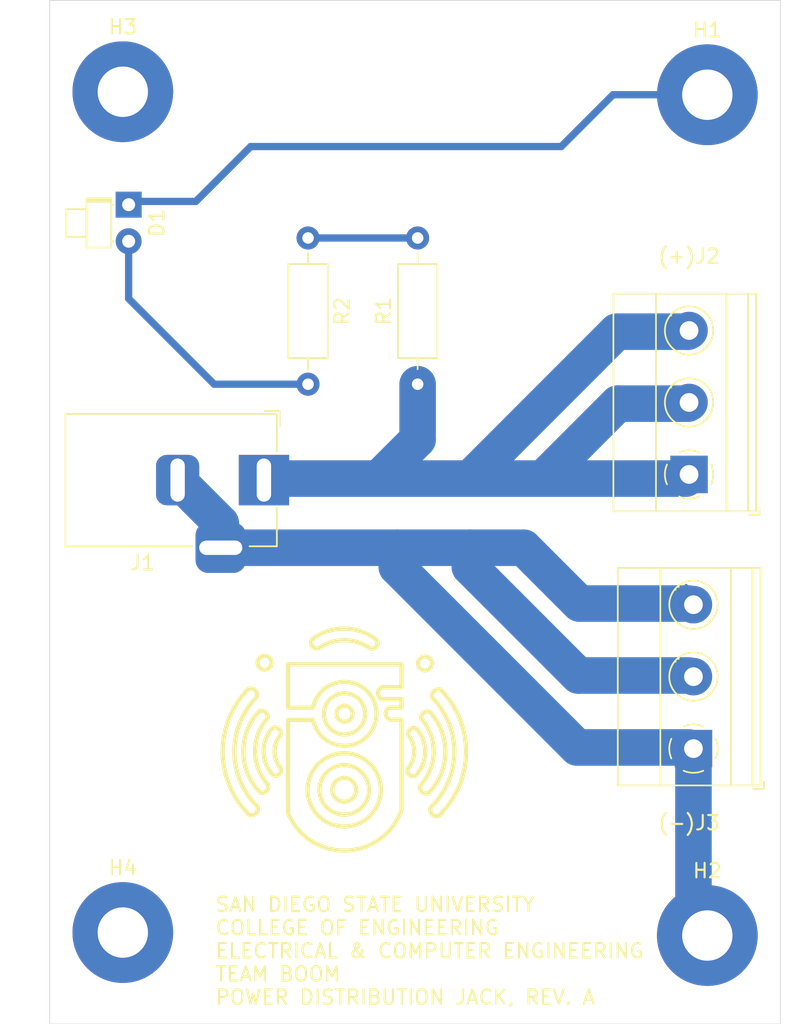
<source format=kicad_pcb>
(kicad_pcb (version 20240108) (generator "pcbnew") (generator_version "8.0")
  (layers (0 "F.Cu" signal) (31 "B.Cu" signal) (34 "B.Paste" user) (35 "F.Paste" user) (36 "B.SilkS" user "B.Silkscreen") (37 "F.SilkS" user "F.Silkscreen") (38 "B.Mask" user) (39 "F.Mask" user) (44 "Edge.Cuts" user))
  (net 0 "")
  (net 1 "Net-(R1-Pad2)")
  (net 2 "18V")
  (net 3 "Net-(D1-A)")
  (net 4 "GND")
  (footprint "MountingHole:MountingHole_3.5mm_Pad" (layer "F.Cu") (at 124.46 130.81)
    (property "Reference" "H4" (at 0 -4.5 0) (layer "F.SilkS"))
    (property "Value" "MountingHole_Pad")
    (pad "1" thru_hole circle (at 0 0) (size 7 7) (drill 3.5) (layers "*.Cu" "*.Mask") (net 4 "GND"))
  )
  (footprint "LED_THT:LED_D1.8mm_W1.8mm_H2.4mm_Horizontal_O1.27mm_Z1.6mm" (layer "F.Cu") (at 124.865 80.237 -90)
    (property "Reference" "D1" (at 1.27 -1.96 90) (layer "F.SilkS"))
    (property "Value" "LED (PWR Indicator)")
    (fp_line (start 0.31 4.33) (end 2.23 4.33) (stroke (width 0.12)) (layer "F.SilkS"))
    (fp_line (start 2.23 4.33) (end 2.23 2.93) (stroke (width 0.12)) (layer "F.SilkS"))
    (fp_line (start -0.44 2.93) (end 2.98 2.93) (stroke (width 0.12)) (layer "F.SilkS"))
    (fp_line (start 0.31 2.93) (end 0.31 4.33) (stroke (width 0.12)) (layer "F.SilkS"))
    (fp_line (start 2.23 2.93) (end 0.31 2.93) (stroke (width 0.12)) (layer "F.SilkS"))
    (fp_line (start 2.98 2.93) (end 2.98 1.21) (stroke (width 0.12)) (layer "F.SilkS"))
    (fp_line (start -0.44 1.21) (end -0.44 2.93) (stroke (width 0.12)) (layer "F.SilkS"))
    (fp_line (start -0.32 1.21) (end -0.32 2.93) (stroke (width 0.12)) (layer "F.SilkS"))
    (fp_line (start -0.2 1.21) (end -0.2 2.93) (stroke (width 0.12)) (layer "F.SilkS"))
    (fp_line (start 0 1.21) (end 0 1.21) (stroke (width 0.12)) (layer "F.SilkS"))
    (fp_line (start 0 1.21) (end 0 1.08) (stroke (width 0.12)) (layer "F.SilkS"))
    (fp_line (start 2.54 1.21) (end 2.54 1.21) (stroke (width 0.12)) (layer "F.SilkS"))
    (fp_line (start 2.54 1.21) (end 2.54 1.08) (stroke (width 0.12)) (layer "F.SilkS"))
    (fp_line (start 2.98 1.21) (end -0.44 1.21) (stroke (width 0.12)) (layer "F.SilkS"))
    (fp_line (start 0 1.08) (end 0 1.21) (stroke (width 0.12)) (layer "F.SilkS"))
    (fp_line (start 0 1.08) (end 0 1.08) (stroke (width 0.12)) (layer "F.SilkS"))
    (fp_line (start 2.54 1.08) (end 2.54 1.21) (stroke (width 0.12)) (layer "F.SilkS"))
    (fp_line (start 2.54 1.08) (end 2.54 1.08) (stroke (width 0.12)) (layer "F.SilkS"))
    (pad "1" thru_hole rect (at 0 0 270) (size 1.8 1.8) (drill 0.9) (layers "*.Cu" "*.Mask") (net 4 "GND"))
    (pad "2" thru_hole circle (at 2.54 0 270) (size 1.8 1.8) (drill 0.9) (layers "*.Cu" "*.Mask") (net 3 "Net-(D1-A)"))
  )
  (footprint "Connector_BarrelJack:BarrelJack_Horizontal" (layer "F.Cu") (at 134.27 99.3725)
    (property "Reference" "J1" (at -8.45 5.75 0) (layer "F.SilkS"))
    (property "Value" "Barrel_Jack_Switch_MountingPin")
    (fp_line (start -13.8 -4.6) (end 0.9 -4.6) (stroke (width 0.12)) (layer "F.SilkS"))
    (fp_line (start -13.8 4.6) (end -13.8 -4.6) (stroke (width 0.12)) (layer "F.SilkS"))
    (fp_line (start -5 4.6) (end -13.8 4.6) (stroke (width 0.12)) (layer "F.SilkS"))
    (fp_line (start 0.05 -4.8) (end 1.1 -4.8) (stroke (width 0.12)) (layer "F.SilkS"))
    (fp_line (start 0.9 -4.6) (end 0.9 -2) (stroke (width 0.12)) (layer "F.SilkS"))
    (fp_line (start 0.9 1.9) (end 0.9 4.6) (stroke (width 0.12)) (layer "F.SilkS"))
    (fp_line (start 0.9 4.6) (end -1 4.6) (stroke (width 0.12)) (layer "F.SilkS"))
    (fp_line (start 1.1 -3.75) (end 1.1 -4.8) (stroke (width 0.12)) (layer "F.SilkS"))
    (pad "1" thru_hole rect (at 0 0) (size 3.5 3.5) (drill oval 1 3) (layers "*.Cu" "*.Mask") (net 2 "18V"))
    (pad "2" thru_hole roundrect (at -6 0) (size 3 3.5) (drill oval 1 3) (layers "*.Cu" "*.Mask") (net 4 "GND"))
    (pad "3" thru_hole roundrect (at -3 4.7) (size 3.5 3.5) (drill oval 3 1) (layers "*.Cu" "*.Mask") (net 4 "GND"))
  )
  (footprint "Resistor_THT:R_Axial_DIN0207_L6.3mm_D2.5mm_P10.16mm_Horizontal" (layer "F.Cu") (at 144.958 92.71 90)
    (property "Reference" "R1" (at 5.08 -2.37 90) (layer "F.SilkS"))
    (property "Value" "500")
    (fp_line (start 8.35 -1.37) (end 1.81 -1.37) (stroke (width 0.12)) (layer "F.SilkS"))
    (fp_line (start 1.81 -1.37) (end 1.81 1.37) (stroke (width 0.12)) (layer "F.SilkS"))
    (fp_line (start 9.12 0) (end 8.35 0) (stroke (width 0.12)) (layer "F.SilkS"))
    (fp_line (start 1.04 0) (end 1.81 0) (stroke (width 0.12)) (layer "F.SilkS"))
    (fp_line (start 8.35 1.37) (end 8.35 -1.37) (stroke (width 0.12)) (layer "F.SilkS"))
    (fp_line (start 1.81 1.37) (end 8.35 1.37) (stroke (width 0.12)) (layer "F.SilkS"))
    (pad "1" thru_hole circle (at 0 0 90) (size 1.6 1.6) (drill 0.8) (layers "*.Cu" "*.Mask") (net 2 "18V"))
    (pad "2" thru_hole oval (at 10.16 0 90) (size 1.6 1.6) (drill 0.8) (layers "*.Cu" "*.Mask") (net 1 "Net-(R1-Pad2)"))
  )
  (footprint "TerminalBlock_Phoenix:TerminalBlock_Phoenix_MKDS-1,5-3_1x03_P5.00mm_Horizontal" (layer "F.Cu") (at 164.135 118.03 90)
    (property "Reference" "(-)J3" (at -5.16 -0.305 0) (layer "F.SilkS"))
    (property "Value" "Screw_Terminal_01x03")
    (fp_line (start 12.56 -5.261) (end 12.56 4.66) (stroke (width 0.12)) (layer "F.SilkS"))
    (fp_line (start -2.56 -5.261) (end 12.56 -5.261) (stroke (width 0.12)) (layer "F.SilkS"))
    (fp_line (start -2.56 -5.261) (end -2.56 4.66) (stroke (width 0.12)) (layer "F.SilkS"))
    (fp_line (start -2.56 -2.301) (end 12.56 -2.301) (stroke (width 0.12)) (layer "F.SilkS"))
    (fp_line (start 11.07 -1.275) (end 11.035 -1.239) (stroke (width 0.12)) (layer "F.SilkS"))
    (fp_line (start 6.07 -1.275) (end 6.035 -1.239) (stroke (width 0.12)) (layer "F.SilkS"))
    (fp_line (start 11.275 -1.069) (end 11.228 -1.023) (stroke (width 0.12)) (layer "F.SilkS"))
    (fp_line (start 6.275 -1.069) (end 6.228 -1.023) (stroke (width 0.12)) (layer "F.SilkS"))
    (fp_line (start 8.773 1.023) (end 8.726 1.069) (stroke (width 0.12)) (layer "F.SilkS"))
    (fp_line (start 3.773 1.023) (end 3.726 1.069) (stroke (width 0.12)) (layer "F.SilkS"))
    (fp_line (start 8.966 1.239) (end 8.931 1.274) (stroke (width 0.12)) (layer "F.SilkS"))
    (fp_line (start 3.966 1.239) (end 3.931 1.274) (stroke (width 0.12)) (layer "F.SilkS"))
    (fp_line (start -2.56 2.6) (end 12.56 2.6) (stroke (width 0.12)) (layer "F.SilkS"))
    (fp_line (start -2.56 4.1) (end 12.56 4.1) (stroke (width 0.12)) (layer "F.SilkS"))
    (fp_line (start -2.8 4.16) (end -2.8 4.9) (stroke (width 0.12)) (layer "F.SilkS"))
    (fp_line (start -2.56 4.66) (end 12.56 4.66) (stroke (width 0.12)) (layer "F.SilkS"))
    (fp_line (start -2.8 4.9) (end -2.3 4.9) (stroke (width 0.12)) (layer "F.SilkS"))
    (fp_arc (start -0.683042 -1.535427) (mid 0.000524 -1.680501) (end 0.684 -1.535) (stroke (width 0.12)) (layer "F.SilkS"))
    (fp_arc (start 1.535427 -0.683042) (mid 1.680501 0.000524) (end 1.535 0.684) (stroke (width 0.12)) (layer "F.SilkS"))
    (fp_arc (start -1.535427 0.683042) (mid -1.680501 -0.000524) (end -1.535 -0.684) (stroke (width 0.12)) (layer "F.SilkS"))
    (fp_arc (start 0.683318 1.534756) (mid 0.349292 1.643288) (end 0 1.68) (stroke (width 0.12)) (layer "F.SilkS"))
    (fp_arc (start 0.028805 1.680253) (mid -0.335551 1.646659) (end -0.684 1.535) (stroke (width 0.12)) (layer "F.SilkS"))
    (fp_circle (center 10 0) (end 11.68 0) (stroke (width 0.12)) (fill none) (layer "F.SilkS"))
    (fp_circle (center 5 0) (end 6.68 0) (stroke (width 0.12)) (fill none) (layer "F.SilkS"))
    (pad "1" thru_hole rect (at 0 0 90) (size 2.6 2.6) (drill 1.3) (layers "*.Cu" "*.Mask") (net 4 "GND"))
    (pad "2" thru_hole circle (at 5 0 90) (size 2.6 2.6) (drill 1.3) (layers "*.Cu" "*.Mask") (net 4 "GND"))
    (pad "3" thru_hole circle (at 10 0 90) (size 2.6 2.6) (drill 1.3) (layers "*.Cu" "*.Mask") (net 4 "GND"))
  )
  (footprint "MountingHole:MountingHole_3.5mm_Pad" (layer "F.Cu") (at 165.1 131.017)
    (property "Reference" "H2" (at 0 -4.5 0) (layer "F.SilkS"))
    (property "Value" "MountingHole_Pad")
    (pad "1" thru_hole circle (at 0 0) (size 7 7) (drill 3.5) (layers "*.Cu" "*.Mask") (net 4 "GND"))
  )
  (footprint "MountingHole:MountingHole_3.5mm_Pad" (layer "F.Cu") (at 165.1 72.597)
    (property "Reference" "H1" (at 0 -4.5 0) (layer "F.SilkS"))
    (property "Value" "MountingHole_Pad")
    (pad "1" thru_hole circle (at 0 0) (size 7 7) (drill 3.5) (layers "*.Cu" "*.Mask") (net 4 "GND"))
  )
  (footprint "MountingHole:MountingHole_3.5mm_Pad" (layer "F.Cu") (at 124.46 72.39)
    (property "Reference" "H3" (at 0 -4.5 0) (layer "F.SilkS"))
    (property "Value" "MountingHole_Pad")
    (pad "1" thru_hole circle (at 0 0) (size 7 7) (drill 3.5) (layers "*.Cu" "*.Mask") (net 4 "GND"))
  )
  (footprint "TerminalBlock_Phoenix:TerminalBlock_Phoenix_MKDS-1,5-3_1x03_P5.00mm_Horizontal" (layer "F.Cu") (at 163.83 98.98 90)
    (property "Reference" "(+)J2" (at 15.16 0 0) (layer "F.SilkS"))
    (property "Value" "Screw_Terminal_01x03")
    (fp_line (start 12.56 -5.261) (end 12.56 4.66) (stroke (width 0.12)) (layer "F.SilkS"))
    (fp_line (start -2.56 -5.261) (end 12.56 -5.261) (stroke (width 0.12)) (layer "F.SilkS"))
    (fp_line (start -2.56 -5.261) (end -2.56 4.66) (stroke (width 0.12)) (layer "F.SilkS"))
    (fp_line (start -2.56 -2.301) (end 12.56 -2.301) (stroke (width 0.12)) (layer "F.SilkS"))
    (fp_line (start 11.07 -1.275) (end 11.035 -1.239) (stroke (width 0.12)) (layer "F.SilkS"))
    (fp_line (start 6.07 -1.275) (end 6.035 -1.239) (stroke (width 0.12)) (layer "F.SilkS"))
    (fp_line (start 11.275 -1.069) (end 11.228 -1.023) (stroke (width 0.12)) (layer "F.SilkS"))
    (fp_line (start 6.275 -1.069) (end 6.228 -1.023) (stroke (width 0.12)) (layer "F.SilkS"))
    (fp_line (start 8.773 1.023) (end 8.726 1.069) (stroke (width 0.12)) (layer "F.SilkS"))
    (fp_line (start 3.773 1.023) (end 3.726 1.069) (stroke (width 0.12)) (layer "F.SilkS"))
    (fp_line (start 8.966 1.239) (end 8.931 1.274) (stroke (width 0.12)) (layer "F.SilkS"))
    (fp_line (start 3.966 1.239) (end 3.931 1.274) (stroke (width 0.12)) (layer "F.SilkS"))
    (fp_line (start -2.56 2.6) (end 12.56 2.6) (stroke (width 0.12)) (layer "F.SilkS"))
    (fp_line (start -2.56 4.1) (end 12.56 4.1) (stroke (width 0.12)) (layer "F.SilkS"))
    (fp_line (start -2.8 4.16) (end -2.8 4.9) (stroke (width 0.12)) (layer "F.SilkS"))
    (fp_line (start -2.56 4.66) (end 12.56 4.66) (stroke (width 0.12)) (layer "F.SilkS"))
    (fp_line (start -2.8 4.9) (end -2.3 4.9) (stroke (width 0.12)) (layer "F.SilkS"))
    (fp_arc (start -0.683042 -1.535427) (mid 0.000524 -1.680501) (end 0.684 -1.535) (stroke (width 0.12)) (layer "F.SilkS"))
    (fp_arc (start 1.535427 -0.683042) (mid 1.680501 0.000524) (end 1.535 0.684) (stroke (width 0.12)) (layer "F.SilkS"))
    (fp_arc (start -1.535427 0.683042) (mid -1.680501 -0.000524) (end -1.535 -0.684) (stroke (width 0.12)) (layer "F.SilkS"))
    (fp_arc (start 0.683318 1.534756) (mid 0.349292 1.643288) (end 0 1.68) (stroke (width 0.12)) (layer "F.SilkS"))
    (fp_arc (start 0.028805 1.680253) (mid -0.335551 1.646659) (end -0.684 1.535) (stroke (width 0.12)) (layer "F.SilkS"))
    (fp_circle (center 10 0) (end 11.68 0) (stroke (width 0.12)) (fill none) (layer "F.SilkS"))
    (fp_circle (center 5 0) (end 6.68 0) (stroke (width 0.12)) (fill none) (layer "F.SilkS"))
    (pad "1" thru_hole rect (at 0 0 90) (size 2.6 2.6) (drill 1.3) (layers "*.Cu" "*.Mask") (net 2 "18V"))
    (pad "2" thru_hole circle (at 5 0 90) (size 2.6 2.6) (drill 1.3) (layers "*.Cu" "*.Mask") (net 2 "18V"))
    (pad "3" thru_hole circle (at 10 0 90) (size 2.6 2.6) (drill 1.3) (layers "*.Cu" "*.Mask") (net 2 "18V"))
  )
  (footprint "Resistor_THT:R_Axial_DIN0207_L6.3mm_D2.5mm_P10.16mm_Horizontal" (layer "F.Cu") (at 137.338 82.55 -90)
    (property "Reference" "R2" (at 5.08 -2.37 90) (layer "F.SilkS"))
    (property "Value" "400")
    (fp_line (start 1.81 1.37) (end 8.35 1.37) (stroke (width 0.12)) (layer "F.SilkS"))
    (fp_line (start 8.35 1.37) (end 8.35 -1.37) (stroke (width 0.12)) (layer "F.SilkS"))
    (fp_line (start 1.04 0) (end 1.81 0) (stroke (width 0.12)) (layer "F.SilkS"))
    (fp_line (start 9.12 0) (end 8.35 0) (stroke (width 0.12)) (layer "F.SilkS"))
    (fp_line (start 1.81 -1.37) (end 1.81 1.37) (stroke (width 0.12)) (layer "F.SilkS"))
    (fp_line (start 8.35 -1.37) (end 1.81 -1.37) (stroke (width 0.12)) (layer "F.SilkS"))
    (pad "1" thru_hole circle (at 0 0 270) (size 1.6 1.6) (drill 0.8) (layers "*.Cu" "*.Mask") (net 1 "Net-(R1-Pad2)"))
    (pad "2" thru_hole oval (at 10.16 0 270) (size 1.6 1.6) (drill 0.8) (layers "*.Cu" "*.Mask") (net 3 "Net-(D1-A)"))
  )
  (gr_circle (center 139.874438 115.612466) (end 141.308326 115.612466) (stroke (width 0.3)) (fill none) (layer "F.SilkS"))
  (gr_circle (center 139.851396 120.894169) (end 142.398021 120.894169) (stroke (width 0.3)) (fill none) (layer "F.SilkS"))
  (gr_line (start 142.46378 113.762593) (end 143.834869 113.762593) (stroke (width 0.3)) (layer "F.SilkS"))
  (gr_circle (center 145.46446 112.111606) (end 145.948337 112.111606) (stroke (width 0.3)) (fill none) (layer "F.SilkS"))
  (gr_line (start 143.834869 113.762593) (end 142.46378 113.762593) (stroke (width 0.3)) (layer "F.SilkS"))
  (gr_line (start 142.46378 114.595541) (end 143.834869 114.595541) (stroke (width 0.3)) (layer "F.SilkS"))
  (gr_line (start 143.834869 116.016019) (end 143.834869 122.289573) (stroke (width 0.3)) (layer "F.SilkS"))
  (gr_arc (start 134.543529 120.531649) (mid 134.451048 120.987585) (end 133.992873 121.068393) (stroke (width 0.3)) (layer "F.SilkS"))
  (gr_arc (start 138.238993 110.95356) (mid 139.886982 110.496576) (end 141.524488 110.989805) (stroke (width 0.3)) (layer "F.SilkS"))
  (gr_arc (start 133.253457 122.633936) (mid 131.402387 118.269175) (end 133.195068 113.880109) (stroke (width 0.3)) (layer "F.SilkS"))
  (gr_line (start 135.94404 112.170587) (end 143.834869 112.170587) (stroke (width 0.3)) (layer "F.SilkS"))
  (gr_arc (start 134.848988 116.615047) (mid 135.312785 116.661003) (end 135.393165 117.120092) (stroke (width 0.3)) (layer "F.SilkS"))
  (gr_arc (start 145.809926 115.484533) (mid 146.888184 118.322408) (end 145.708175 121.119504) (stroke (width 0.3)) (layer "F.SilkS"))
  (gr_line (start 143.834869 112.170587) (end 143.834869 113.762593) (stroke (width 0.3)) (layer "F.SilkS"))
  (gr_line (start 143.834869 115.183071) (end 143.002646 115.183071) (stroke (width 0.3)) (layer "F.SilkS"))
  (gr_line (start 135.94404 115.188097) (end 135.94404 112.170587) (stroke (width 0.3)) (layer "F.SilkS"))
  (gr_arc (start 146.56867 113.938455) (mid 148.322988 118.342995) (end 146.433903 122.691439) (stroke (width 0.3)) (layer "F.SilkS"))
  (gr_arc (start 137.693515 115.188097) (mid 142.096269 115.612375) (end 137.693553 116.03703) (stroke (width 0.3)) (layer "F.SilkS"))
  (gr_arc (start 138.238993 110.95356) (mid 137.677059 110.957332) (end 137.673279 110.395389) (stroke (width 0.3)) (layer "F.SilkS"))
  (gr_arc (start 137.673279 110.395389) (mid 139.897474 109.692712) (end 142.097454 110.467879) (stroke (width 0.3)) (layer "F.SilkS"))
  (gr_circle (center 139.851396 120.894169) (end 141.574367 120.894169) (stroke (width 0.3)) (fill none) (layer "F.SilkS"))
  (gr_circle (center 139.851396 120.894169) (end 140.682197 120.894169) (stroke (width 0.3)) (fill none) (layer "F.SilkS"))
  (gr_line (start 143.002646 116.016019) (end 143.834869 116.016019) (stroke (width 0.3)) (layer "F.SilkS"))
  (gr_arc (start 135.405174 119.342256) (mid 135.357644 119.791391) (end 134.912702 119.868546) (stroke (width 0.3)) (layer "F.SilkS"))
  (gr_line (start 142.46378 114.595541) (end 143.834869 114.595541) (stroke (width 0.3)) (layer "F.SilkS"))
  (gr_arc (start 133.940293 115.432749) (mid 134.371179 115.496334) (end 134.532709 115.900867) (stroke (width 0.3)) (layer "F.SilkS"))
  (gr_arc (start 143.002646 116.016019) (mid 142.742255 115.599548) (end 143.002646 115.183071) (stroke (width 0.3)) (layer "F.SilkS"))
  (gr_arc (start 133.195068 113.880109) (mid 133.66546 113.982514) (end 133.770877 114.452243) (stroke (width 0.3)) (layer "F.SilkS"))
  (gr_arc (start 144.342386 117.159136) (mid 144.426788 116.700776) (end 144.89095 116.658858) (stroke (width 0.3)) (layer "F.SilkS"))
  (gr_arc (start 145.213448 115.947464) (mid 145.378458 115.544367) (end 145.809926 115.484533) (stroke (width 0.3)) (layer "F.SilkS"))
  (gr_arc (start 133.821583 122.054171) (mid 133.726307 122.529018) (end 133.253457 122.633936) (stroke (width 0.3)) (layer "F.SilkS"))
  (gr_arc (start 146.433903 122.691439) (mid 145.961963 122.582451) (end 145.870857 122.106739) (stroke (width 0.3)) (layer "F.SilkS"))
  (gr_arc (start 145.98789 114.505543) (mid 146.097389 114.036711) (end 146.56867 113.938455) (stroke (width 0.3)) (layer "F.SilkS"))
  (gr_line (start 135.94404 116.03703) (end 137.693553 116.03703) (stroke (width 0.3)) (layer "F.SilkS"))
  (gr_arc (start 142.46378 114.595541) (mid 142.20335 114.179057) (end 142.46378 113.762593) (stroke (width 0.3)) (layer "F.SilkS"))
  (gr_line (start 137.693515 115.188097) (end 135.94404 115.188097) (stroke (width 0.3)) (layer "F.SilkS"))
  (gr_arc (start 145.213448 115.947464) (mid 146.072152 118.272502) (end 145.162224 120.577976) (stroke (width 0.3)) (layer "F.SilkS"))
  (gr_arc (start 143.834869 122.289573) (mid 139.958755 125.113609) (end 135.94404 122.490347) (stroke (width 0.3)) (layer "F.SilkS"))
  (gr_arc (start 142.097454 110.467879) (mid 142.041333 110.981797) (end 141.524488 110.989805) (stroke (width 0.3)) (layer "F.SilkS"))
  (gr_arc (start 144.89095 116.658858) (mid 145.479252 118.303227) (end 144.79885 119.911677) (stroke (width 0.3)) (layer "F.SilkS"))
  (gr_arc (start 145.98789 114.505543) (mid 147.511361 118.330499) (end 145.870857 122.106739) (stroke (width 0.3)) (layer "F.SilkS"))
  (gr_arc (start 133.821583 122.054171) (mid 132.214092 118.26376) (end 133.770877 114.452243) (stroke (width 0.3)) (layer "F.SilkS"))
  (gr_arc (start 135.405174 119.342256) (mid 135.008475 118.233285) (end 135.393165 117.120092) (stroke (width 0.3)) (layer "F.SilkS"))
  (gr_circle (center 139.874438 115.612466) (end 140.432956 115.612466) (stroke (width 0.3)) (fill none) (layer "F.SilkS"))
  (gr_line (start 143.834869 114.595541) (end 143.834869 115.183071) (stroke (width 0.3)) (layer "F.SilkS"))
  (gr_arc (start 133.992873 121.068393) (mid 132.837318 118.261107) (end 133.940293 115.432749) (stroke (width 0.3)) (layer "F.SilkS"))
  (gr_line (start 135.94404 122.490347) (end 135.94404 116.03703) (stroke (width 0.3)) (layer "F.SilkS"))
  (gr_arc (start 144.79885 119.911677) (mid 144.354567 119.830591) (end 144.310989 119.381109) (stroke (width 0.3)) (layer "F.SilkS"))
  (gr_arc (start 144.342386 117.159136) (mid 144.717348 118.27564) (end 144.310989 119.381109) (stroke (width 0.3)) (layer "F.SilkS"))
  (gr_arc (start 134.543529 120.531649) (mid 133.653748 118.218325) (end 134.532709 115.900867) (stroke (width 0.3)) (layer "F.SilkS"))
  (gr_arc (start 134.912702 119.868546) (mid 134.246356 118.254222) (end 134.848988 116.615047) (stroke (width 0.3)) (layer "F.SilkS"))
  (gr_arc (start 145.708175 121.119504) (mid 145.250781 121.034716) (end 145.162224 120.577976) (stroke (width 0.3)) (layer "F.SilkS"))
  (gr_circle (center 134.315176 112.062965) (end 134.799053 112.062965) (stroke (width 0.3)) (fill none) (layer "F.SilkS"))
  (gr_rect (start 119.38 66.04) (end 170.18 137.16) (stroke (width 0.05)) (fill none) (layer "Edge.Cuts"))
  (gr_text "SAN DIEGO STATE UNIVERSITY\nCOLLEGE OF ENGINEERING\nELECTRICAL & COMPUTER ENGINEERING\nTEAM BOOM\nPOWER DISTRIBUTION JACK, REV. A" (at 130.81 135.89 0) (layer "F.SilkS") (effects (font (size 1 1)) (justify left bottom)))
  (segment (start 137.338 82.55) (end 144.958 82.55) (width 0.508) (layer "B.Cu") (net 1))
  (segment (start 134.3755 99.267) (end 134.27 99.3725) (width 0.508) (layer "B.Cu") (net 2))
  (segment (start 163.623 99.267) (end 163.83 99.06) (width 2.54) (layer "B.Cu") (net 2))
  (segment (start 142.24 99.267) (end 144.958 96.549) (width 2.54) (layer "B.Cu") (net 2))
  (segment (start 163.543 99.267) (end 163.83 98.98) (width 0.508) (layer "B.Cu") (net 2))
  (segment (start 144.958 96.549) (end 144.958 92.71) (width 2.54) (layer "B.Cu") (net 2))
  (segment (start 142.24 99.267) (end 134.3755 99.267) (width 2.54) (layer "B.Cu") (net 2))
  (segment (start 144.78 99.267) (end 142.24 99.267) (width 2.54) (layer "B.Cu") (net 2))
  (segment (start 148.59 99.267) (end 153.67 99.267) (width 2.54) (layer "B.Cu") (net 2))
  (segment (start 163.75 89.06) (end 163.83 88.98) (width 2.54) (layer "B.Cu") (net 2))
  (segment (start 158.877 94.06) (end 153.67 99.267) (width 2.54) (layer "B.Cu") (net 2))
  (segment (start 158.797 89.06) (end 148.59 99.267) (width 2.54) (layer "B.Cu") (net 2))
  (segment (start 163.75 94.06) (end 163.83 93.98) (width 2.54) (layer "B.Cu") (net 2))
  (segment (start 153.67 99.267) (end 163.543 99.267) (width 2.54) (layer "B.Cu") (net 2))
  (segment (start 158.797 89.06) (end 163.75 89.06) (width 2.54) (layer "B.Cu") (net 2))
  (segment (start 144.78 99.267) (end 148.59 99.267) (width 2.54) (layer "B.Cu") (net 2))
  (segment (start 158.877 94.06) (end 163.75 94.06) (width 2.54) (layer "B.Cu") (net 2))
  (segment (start 124.865 86.765) (end 124.865 82.777) (width 0.508) (layer "B.Cu") (net 3))
  (segment (start 130.81 92.71) (end 137.338 92.71) (width 0.508) (layer "B.Cu") (net 3))
  (segment (start 130.81 92.71) (end 124.865 86.765) (width 0.508) (layer "B.Cu") (net 3))
  (segment (start 131.27 104.0725) (end 143.51 104.0725) (width 2.54) (layer "B.Cu") (net 4))
  (segment (start 143.51 105.41) (end 156.05 117.95) (width 2.54) (layer "B.Cu") (net 4))
  (segment (start 133.35 76.2) (end 129.54 80.01) (width 0.508) (layer "B.Cu") (net 4))
  (segment (start 148.59 105.41) (end 156.13 112.95) (width 2.54) (layer "B.Cu") (net 4))
  (segment (start 158.543 72.597) (end 165.1 72.597) (width 0.508) (layer "B.Cu") (net 4))
  (segment (start 156.13 112.95) (end 163.83 112.95) (width 2.54) (layer "B.Cu") (net 4))
  (segment (start 143.51 104.0725) (end 143.51 105.41) (width 2.54) (layer "B.Cu") (net 4))
  (segment (start 156.21 107.95) (end 163.83 107.95) (width 2.54) (layer "B.Cu") (net 4))
  (segment (start 156.05 117.95) (end 163.83 117.95) (width 2.54) (layer "B.Cu") (net 4))
  (segment (start 128.27 99.3725) (end 131.27 102.3725) (width 2.54) (layer "B.Cu") (net 4))
  (segment (start 164.135 118.03) (end 164.135 130.052) (width 2.54) (layer "B.Cu") (net 4))
  (segment (start 158.543 72.597) (end 154.94 76.2) (width 0.508) (layer "B.Cu") (net 4))
  (segment (start 152.3325 104.0725) (end 156.21 107.95) (width 2.54) (layer "B.Cu") (net 4))
  (segment (start 148.59 104.0725) (end 148.59 105.41) (width 2.54) (layer "B.Cu") (net 4))
  (segment (start 125.092 80.01) (end 124.865 80.237) (width 0.508) (layer "B.Cu") (net 4))
  (segment (start 154.94 76.2) (end 133.35 76.2) (width 0.508) (layer "B.Cu") (net 4))
  (segment (start 131.27 102.3725) (end 131.27 104.0725) (width 2.54) (layer "B.Cu") (net 4))
  (segment (start 129.54 80.01) (end 125.092 80.01) (width 0.508) (layer "B.Cu") (net 4))
  (segment (start 164.135 130.052) (end 165.1 131.017) (width 2.54) (layer "B.Cu") (net 4))
  (segment (start 148.59 104.0725) (end 152.3325 104.0725) (width 2.54) (layer "B.Cu") (net 4))
  (segment (start 143.51 104.0725) (end 148.59 104.0725) (width 2.54) (layer "B.Cu") (net 4))
  (segment (start 163.623 106.68) (end 163.83 106.887) (width 0.2) (layer "B.Cu") (net 4))
)
</source>
